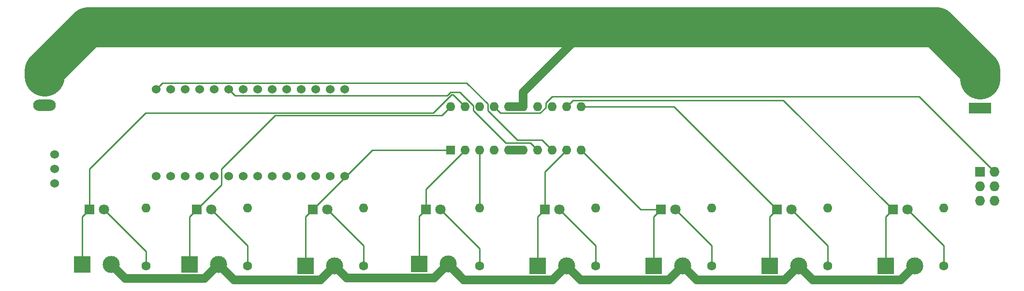
<source format=gbl>
%TF.GenerationSoftware,KiCad,Pcbnew,6.0.2-378541a8eb~116~ubuntu20.04.1*%
%TF.CreationDate,2022-03-18T17:48:30-05:00*%
%TF.ProjectId,mother,6d6f7468-6572-42e6-9b69-6361645f7063,rev?*%
%TF.SameCoordinates,Original*%
%TF.FileFunction,Copper,L2,Bot*%
%TF.FilePolarity,Positive*%
%FSLAX46Y46*%
G04 Gerber Fmt 4.6, Leading zero omitted, Abs format (unit mm)*
G04 Created by KiCad (PCBNEW 6.0.2-378541a8eb~116~ubuntu20.04.1) date 2022-03-18 17:48:30*
%MOMM*%
%LPD*%
G01*
G04 APERTURE LIST*
%TA.AperFunction,ComponentPad*%
%ADD10R,3.000000X3.000000*%
%TD*%
%TA.AperFunction,ComponentPad*%
%ADD11C,3.000000*%
%TD*%
%TA.AperFunction,ComponentPad*%
%ADD12R,1.800000X1.800000*%
%TD*%
%TA.AperFunction,ComponentPad*%
%ADD13C,1.800000*%
%TD*%
%TA.AperFunction,ComponentPad*%
%ADD14R,1.727200X1.727200*%
%TD*%
%TA.AperFunction,ComponentPad*%
%ADD15O,1.727200X1.727200*%
%TD*%
%TA.AperFunction,ComponentPad*%
%ADD16R,3.960000X1.980000*%
%TD*%
%TA.AperFunction,ComponentPad*%
%ADD17O,3.960000X1.980000*%
%TD*%
%TA.AperFunction,ComponentPad*%
%ADD18C,1.524000*%
%TD*%
%TA.AperFunction,ComponentPad*%
%ADD19C,1.600000*%
%TD*%
%TA.AperFunction,ComponentPad*%
%ADD20O,1.600000X1.600000*%
%TD*%
%TA.AperFunction,ComponentPad*%
%ADD21R,1.600000X1.600000*%
%TD*%
%TA.AperFunction,Conductor*%
%ADD22C,0.250000*%
%TD*%
%TA.AperFunction,Conductor*%
%ADD23C,1.500000*%
%TD*%
%TA.AperFunction,Conductor*%
%ADD24C,7.000000*%
%TD*%
G04 APERTURE END LIST*
D10*
%TO.P,J7,1,Pin_1*%
%TO.N,/D6*%
X175260000Y-114300000D03*
D11*
%TO.P,J7,2,Pin_2*%
%TO.N,+VDC*%
X180340000Y-114300000D03*
%TD*%
D10*
%TO.P,J1,1,Pin_1*%
%TO.N,/D0*%
X54864000Y-114046000D03*
D11*
%TO.P,J1,2,Pin_2*%
%TO.N,+VDC*%
X59944000Y-114046000D03*
%TD*%
D12*
%TO.P,D2,1,K*%
%TO.N,/D1*%
X74925000Y-104394000D03*
D13*
%TO.P,D2,2,A*%
%TO.N,Net-(D2-Pad2)*%
X77465000Y-104394000D03*
%TD*%
D12*
%TO.P,D7,1,K*%
%TO.N,/D6*%
X176525000Y-104394000D03*
D13*
%TO.P,D7,2,A*%
%TO.N,Net-(D7-Pad2)*%
X179065000Y-104394000D03*
%TD*%
D14*
%TO.P,J9,1,Pin_1*%
%TO.N,GNDD*%
X212090000Y-97790000D03*
D15*
%TO.P,J9,2,Pin_2*%
%TO.N,+5V*%
X214630000Y-97790000D03*
%TO.P,J9,3,Pin_3*%
%TO.N,/SEROUT*%
X212090000Y-100330000D03*
%TO.P,J9,4,Pin_4*%
%TO.N,/CLOCK*%
X214630000Y-100330000D03*
%TO.P,J9,5,Pin_5*%
%TO.N,/LATCH*%
X212090000Y-102870000D03*
%TO.P,J9,6,Pin_6*%
%TO.N,unconnected-(J9-Pad6)*%
X214630000Y-102870000D03*
%TD*%
D10*
%TO.P,J2,1,Pin_1*%
%TO.N,/D1*%
X73660000Y-114046000D03*
D11*
%TO.P,J2,2,Pin_2*%
%TO.N,+VDC*%
X78740000Y-114046000D03*
%TD*%
D12*
%TO.P,D8,1,K*%
%TO.N,/D7*%
X196845000Y-104394000D03*
D13*
%TO.P,D8,2,A*%
%TO.N,Net-(D8-Pad2)*%
X199385000Y-104394000D03*
%TD*%
D16*
%TO.P,J11,1,Pin_1*%
%TO.N,GNDPWR*%
X48260000Y-81055000D03*
D17*
%TO.P,J11,2,Pin_2*%
%TO.N,+VDC*%
X48260000Y-86135000D03*
%TD*%
D18*
%TO.P,U3,1,USB*%
%TO.N,unconnected-(U3-Pad1)*%
X67818000Y-98552000D03*
%TO.P,U3,2,RST*%
%TO.N,unconnected-(U3-Pad2)*%
X70358000Y-98552000D03*
%TO.P,U3,3,3V3*%
%TO.N,unconnected-(U3-Pad3)*%
X72898000Y-98552000D03*
%TO.P,U3,4,5V*%
%TO.N,+5V*%
X75438000Y-98552000D03*
%TO.P,U3,5,GND*%
%TO.N,GNDD*%
X77978000Y-98552000D03*
%TO.P,U3,6,GND*%
X80518000Y-98552000D03*
%TO.P,U3,7,VIN*%
%TO.N,Net-(JP1-Pad1)*%
X83058000Y-98552000D03*
%TO.P,U3,8,AREF*%
%TO.N,unconnected-(U3-Pad8)*%
X85598000Y-98552000D03*
%TO.P,U3,9,A0*%
%TO.N,unconnected-(U3-Pad9)*%
X88138000Y-98552000D03*
%TO.P,U3,10,A1*%
%TO.N,unconnected-(U3-Pad10)*%
X90678000Y-98552000D03*
%TO.P,U3,11,A2*%
%TO.N,unconnected-(U3-Pad11)*%
X93218000Y-98552000D03*
%TO.P,U3,12,A3*%
%TO.N,unconnected-(U3-Pad12)*%
X95758000Y-98552000D03*
%TO.P,U3,13,A4*%
%TO.N,unconnected-(U3-Pad13)*%
X98298000Y-98552000D03*
%TO.P,U3,14,A5*%
%TO.N,unconnected-(U3-Pad14)*%
X100838000Y-98552000D03*
%TO.P,U3,15,D0*%
%TO.N,unconnected-(U3-Pad15)*%
X100838000Y-83312000D03*
%TO.P,U3,16,D1*%
%TO.N,unconnected-(U3-Pad16)*%
X98298000Y-83312000D03*
%TO.P,U3,17,D2*%
%TO.N,unconnected-(U3-Pad17)*%
X95758000Y-83312000D03*
%TO.P,U3,18,D3*%
%TO.N,unconnected-(U3-Pad18)*%
X93218000Y-83312000D03*
%TO.P,U3,19,D4*%
%TO.N,unconnected-(U3-Pad19)*%
X90678000Y-83312000D03*
%TO.P,U3,20,D5*%
%TO.N,unconnected-(U3-Pad20)*%
X88138000Y-83312000D03*
%TO.P,U3,21,D6*%
%TO.N,unconnected-(U3-Pad21)*%
X85598000Y-83312000D03*
%TO.P,U3,22,D7*%
%TO.N,unconnected-(U3-Pad22)*%
X83058000Y-83312000D03*
%TO.P,U3,23,D8*%
%TO.N,/LATCH*%
X80518000Y-83312000D03*
%TO.P,U3,24,D9*%
%TO.N,unconnected-(U3-Pad24)*%
X77978000Y-83312000D03*
%TO.P,U3,25,D10*%
%TO.N,unconnected-(U3-Pad25)*%
X75438000Y-83312000D03*
%TO.P,U3,26,D11*%
%TO.N,/SERIN*%
X72898000Y-83312000D03*
%TO.P,U3,27,D12*%
%TO.N,unconnected-(U3-Pad27)*%
X70358000Y-83312000D03*
%TO.P,U3,28,D13*%
%TO.N,/CLOCK*%
X67818000Y-83312000D03*
%TD*%
D19*
%TO.P,R3,1*%
%TO.N,Net-(D3-Pad2)*%
X104140000Y-114300000D03*
D20*
%TO.P,R3,2*%
%TO.N,+5V*%
X104140000Y-104140000D03*
%TD*%
D10*
%TO.P,J8,1,Pin_1*%
%TO.N,/D7*%
X195580000Y-114300000D03*
D11*
%TO.P,J8,2,Pin_2*%
%TO.N,+VDC*%
X200660000Y-114300000D03*
%TD*%
D10*
%TO.P,J6,1,Pin_1*%
%TO.N,/D5*%
X154940000Y-114300000D03*
D11*
%TO.P,J6,2,Pin_2*%
%TO.N,+VDC*%
X160020000Y-114300000D03*
%TD*%
D19*
%TO.P,R4,1*%
%TO.N,Net-(D4-Pad2)*%
X124460000Y-114300000D03*
D20*
%TO.P,R4,2*%
%TO.N,+5V*%
X124460000Y-104140000D03*
%TD*%
D21*
%TO.P,U2,1,DRAIN2*%
%TO.N,/D2*%
X119380000Y-93980000D03*
D20*
%TO.P,U2,2,DRAIN3*%
%TO.N,/D3*%
X121920000Y-93980000D03*
%TO.P,U2,3,SRCLR*%
%TO.N,+5V*%
X124460000Y-93980000D03*
%TO.P,U2,4,G*%
%TO.N,GNDD*%
X127000000Y-93980000D03*
%TO.P,U2,5,PGND*%
%TO.N,GNDPWR*%
X129540000Y-93980000D03*
%TO.P,U2,6,PGND*%
X132080000Y-93980000D03*
%TO.P,U2,7,RCK*%
%TO.N,/LATCH*%
X134620000Y-93980000D03*
%TO.P,U2,8,SRCK*%
%TO.N,/CLOCK*%
X137160000Y-93980000D03*
%TO.P,U2,9,DRAIN4*%
%TO.N,/D4*%
X139700000Y-93980000D03*
%TO.P,U2,10,DRAIN5*%
%TO.N,/D5*%
X142240000Y-93980000D03*
%TO.P,U2,11,DRAIN6*%
%TO.N,/D6*%
X142240000Y-86360000D03*
%TO.P,U2,12,DRAIN7*%
%TO.N,/D7*%
X139700000Y-86360000D03*
%TO.P,U2,13,SEROUT*%
%TO.N,/SEROUT*%
X137160000Y-86360000D03*
%TO.P,U2,14,LGND*%
%TO.N,GNDD*%
X134620000Y-86360000D03*
%TO.P,U2,15,PGND*%
%TO.N,GNDPWR*%
X132080000Y-86360000D03*
%TO.P,U2,16,PGND*%
X129540000Y-86360000D03*
%TO.P,U2,17,VCC*%
%TO.N,+5V*%
X127000000Y-86360000D03*
%TO.P,U2,18,SERIN*%
%TO.N,/SERIN*%
X124460000Y-86360000D03*
%TO.P,U2,19,DRAIN0*%
%TO.N,/D0*%
X121920000Y-86360000D03*
%TO.P,U2,20,DRAIN1*%
%TO.N,/D1*%
X119380000Y-86360000D03*
%TD*%
D12*
%TO.P,D6,1,K*%
%TO.N,/D5*%
X156205000Y-104394000D03*
D13*
%TO.P,D6,2,A*%
%TO.N,Net-(D6-Pad2)*%
X158745000Y-104394000D03*
%TD*%
D19*
%TO.P,R6,1*%
%TO.N,Net-(D6-Pad2)*%
X165100000Y-114300000D03*
D20*
%TO.P,R6,2*%
%TO.N,+5V*%
X165100000Y-104140000D03*
%TD*%
D10*
%TO.P,J3,1,Pin_1*%
%TO.N,/D2*%
X93980000Y-114300000D03*
D11*
%TO.P,J3,2,Pin_2*%
%TO.N,+VDC*%
X99060000Y-114300000D03*
%TD*%
D19*
%TO.P,R7,1*%
%TO.N,Net-(D7-Pad2)*%
X185420000Y-114300000D03*
D20*
%TO.P,R7,2*%
%TO.N,+5V*%
X185420000Y-104140000D03*
%TD*%
D12*
%TO.P,D4,1,K*%
%TO.N,/D3*%
X115057000Y-104394000D03*
D13*
%TO.P,D4,2,A*%
%TO.N,Net-(D4-Pad2)*%
X117597000Y-104394000D03*
%TD*%
D12*
%TO.P,D5,1,K*%
%TO.N,/D4*%
X135885000Y-104394000D03*
D13*
%TO.P,D5,2,A*%
%TO.N,Net-(D5-Pad2)*%
X138425000Y-104394000D03*
%TD*%
D19*
%TO.P,R5,1*%
%TO.N,Net-(D5-Pad2)*%
X144780000Y-114300000D03*
D20*
%TO.P,R5,2*%
%TO.N,+5V*%
X144780000Y-104140000D03*
%TD*%
D12*
%TO.P,D3,1,K*%
%TO.N,/D2*%
X95245000Y-104394000D03*
D13*
%TO.P,D3,2,A*%
%TO.N,Net-(D3-Pad2)*%
X97785000Y-104394000D03*
%TD*%
D19*
%TO.P,R1,1*%
%TO.N,Net-(D1-Pad2)*%
X66040000Y-114300000D03*
D20*
%TO.P,R1,2*%
%TO.N,+5V*%
X66040000Y-104140000D03*
%TD*%
D10*
%TO.P,J5,1,Pin_1*%
%TO.N,/D4*%
X134620000Y-114300000D03*
D11*
%TO.P,J5,2,Pin_2*%
%TO.N,+VDC*%
X139700000Y-114300000D03*
%TD*%
D19*
%TO.P,R2,1*%
%TO.N,Net-(D2-Pad2)*%
X83820000Y-114300000D03*
D20*
%TO.P,R2,2*%
%TO.N,+5V*%
X83820000Y-104140000D03*
%TD*%
D18*
%TO.P,U1,1,PWR*%
%TO.N,+VDC*%
X50038000Y-99822000D03*
%TO.P,U1,2,GND*%
%TO.N,GNDPWR*%
X50038000Y-97282000D03*
%TO.P,U1,3,+5V*%
%TO.N,+5V*%
X50038000Y-94742000D03*
%TD*%
D10*
%TO.P,J4,1,Pin_1*%
%TO.N,/D3*%
X113870000Y-113980000D03*
D11*
%TO.P,J4,2,Pin_2*%
%TO.N,+VDC*%
X118950000Y-113980000D03*
%TD*%
D16*
%TO.P,J12,1,Pin_1*%
%TO.N,+VDC*%
X212090000Y-86585000D03*
D17*
%TO.P,J12,2,Pin_2*%
%TO.N,GNDPWR*%
X212090000Y-81505000D03*
%TD*%
D19*
%TO.P,R8,1*%
%TO.N,Net-(D8-Pad2)*%
X205740000Y-114300000D03*
D20*
%TO.P,R8,2*%
%TO.N,+5V*%
X205740000Y-104140000D03*
%TD*%
D12*
%TO.P,D1,1,K*%
%TO.N,/D0*%
X56129000Y-104394000D03*
D13*
%TO.P,D1,2,A*%
%TO.N,Net-(D1-Pad2)*%
X58669000Y-104394000D03*
%TD*%
D22*
%TO.N,/D0*%
X56129000Y-97287000D02*
X65969489Y-87446511D01*
X56129000Y-104394000D02*
X56129000Y-97287000D01*
X119829520Y-84269520D02*
X121920000Y-86360000D01*
X54864000Y-105659000D02*
X56129000Y-104394000D01*
X116389207Y-87446511D02*
X119566198Y-84269520D01*
X119566198Y-84269520D02*
X119829520Y-84269520D01*
X54864000Y-114046000D02*
X54864000Y-105659000D01*
X65969489Y-87446511D02*
X116389207Y-87446511D01*
%TO.N,Net-(D1-Pad2)*%
X66040000Y-111765000D02*
X58669000Y-104394000D01*
X66040000Y-114300000D02*
X66040000Y-111765000D01*
%TO.N,/D1*%
X73660000Y-114046000D02*
X73660000Y-105659000D01*
X79248000Y-100071000D02*
X79248000Y-97282000D01*
X117843969Y-87896031D02*
X119380000Y-86360000D01*
X74925000Y-104394000D02*
X79248000Y-100071000D01*
X88633969Y-87896031D02*
X117843969Y-87896031D01*
X79248000Y-97282000D02*
X88633969Y-87896031D01*
X73660000Y-105659000D02*
X74925000Y-104394000D01*
%TO.N,Net-(D2-Pad2)*%
X83820000Y-114300000D02*
X83820000Y-110749000D01*
X83820000Y-110749000D02*
X77465000Y-104394000D01*
%TO.N,/D2*%
X105659000Y-93980000D02*
X119380000Y-93980000D01*
X93980000Y-105659000D02*
X95245000Y-104394000D01*
X93980000Y-114300000D02*
X93980000Y-105659000D01*
X95245000Y-104394000D02*
X105659000Y-93980000D01*
%TO.N,Net-(D3-Pad2)*%
X104140000Y-110749000D02*
X97785000Y-104394000D01*
X104140000Y-114300000D02*
X104140000Y-110749000D01*
%TO.N,/D3*%
X115057000Y-100843000D02*
X121920000Y-93980000D01*
X113870000Y-105581000D02*
X115057000Y-104394000D01*
X113870000Y-113980000D02*
X113870000Y-105581000D01*
X115057000Y-104394000D02*
X115057000Y-100843000D01*
%TO.N,Net-(D4-Pad2)*%
X124460000Y-114300000D02*
X124460000Y-111257000D01*
X124460000Y-111257000D02*
X117597000Y-104394000D01*
%TO.N,/D4*%
X135885000Y-97795000D02*
X139700000Y-93980000D01*
X134620000Y-114300000D02*
X134620000Y-105659000D01*
X135885000Y-104394000D02*
X135885000Y-97795000D01*
X134620000Y-105659000D02*
X135885000Y-104394000D01*
%TO.N,Net-(D5-Pad2)*%
X144780000Y-114300000D02*
X144780000Y-110749000D01*
X144780000Y-110749000D02*
X138425000Y-104394000D01*
%TO.N,/D5*%
X152654000Y-104394000D02*
X142240000Y-93980000D01*
X154940000Y-114300000D02*
X154940000Y-105659000D01*
X156205000Y-104394000D02*
X152654000Y-104394000D01*
X154940000Y-105659000D02*
X156205000Y-104394000D01*
%TO.N,Net-(D6-Pad2)*%
X165100000Y-110749000D02*
X158745000Y-104394000D01*
X165100000Y-114300000D02*
X165100000Y-110749000D01*
%TO.N,/D6*%
X175260000Y-105659000D02*
X176525000Y-104394000D01*
X158491000Y-86360000D02*
X142240000Y-86360000D01*
X176525000Y-104394000D02*
X158491000Y-86360000D01*
X175260000Y-114300000D02*
X175260000Y-105659000D01*
%TO.N,Net-(D7-Pad2)*%
X185420000Y-110749000D02*
X179065000Y-104394000D01*
X185420000Y-114300000D02*
X185420000Y-110749000D01*
%TO.N,/D7*%
X177686489Y-85235489D02*
X140824511Y-85235489D01*
X195580000Y-105659000D02*
X196845000Y-104394000D01*
X140824511Y-85235489D02*
X139700000Y-86360000D01*
X195580000Y-114300000D02*
X195580000Y-105659000D01*
X196845000Y-104394000D02*
X177686489Y-85235489D01*
%TO.N,Net-(D8-Pad2)*%
X205740000Y-114300000D02*
X205740000Y-110749000D01*
X205740000Y-110749000D02*
X199385000Y-104394000D01*
D23*
%TO.N,+VDC*%
X137250489Y-116749511D02*
X139700000Y-114300000D01*
X59944000Y-114046000D02*
X62393511Y-116495511D01*
X177890489Y-116749511D02*
X180340000Y-114300000D01*
X78740000Y-114046000D02*
X81443511Y-116749511D01*
X142149511Y-116749511D02*
X157570489Y-116749511D01*
X62393511Y-116495511D02*
X76290489Y-116495511D01*
X118950000Y-113980000D02*
X121719511Y-116749511D01*
X160020000Y-114300000D02*
X162469511Y-116749511D01*
X182789511Y-116749511D02*
X198210489Y-116749511D01*
X96610489Y-116749511D02*
X99060000Y-114300000D01*
X116500489Y-116429511D02*
X118950000Y-113980000D01*
X162469511Y-116749511D02*
X177890489Y-116749511D01*
X81443511Y-116749511D02*
X96610489Y-116749511D01*
X198210489Y-116749511D02*
X200660000Y-114300000D01*
X180340000Y-114300000D02*
X182789511Y-116749511D01*
X99060000Y-114300000D02*
X101189511Y-116429511D01*
X139700000Y-114300000D02*
X142149511Y-116749511D01*
X121719511Y-116749511D02*
X137250489Y-116749511D01*
X157570489Y-116749511D02*
X160020000Y-114300000D01*
X101189511Y-116429511D02*
X116500489Y-116429511D01*
X76290489Y-116495511D02*
X78740000Y-114046000D01*
D22*
%TO.N,+5V*%
X136035489Y-85706511D02*
X137160000Y-84582000D01*
X124460000Y-93980000D02*
X124460000Y-104140000D01*
X127000000Y-86360000D02*
X128124511Y-87484511D01*
X136035489Y-86534811D02*
X136035489Y-85706511D01*
X135085789Y-87484511D02*
X136035489Y-86534811D01*
X128124511Y-87484511D02*
X135085789Y-87484511D01*
X201422000Y-84582000D02*
X214630000Y-97790000D01*
X137160000Y-84582000D02*
X201422000Y-84582000D01*
%TO.N,/CLOCK*%
X67818000Y-83312000D02*
X68904511Y-82225489D01*
X125875489Y-85894211D02*
X125875489Y-87013489D01*
X122206767Y-82225489D02*
X125875489Y-85894211D01*
X131064000Y-92202000D02*
X135382000Y-92202000D01*
X125875489Y-87013489D02*
X131064000Y-92202000D01*
X135382000Y-92202000D02*
X137160000Y-93980000D01*
X68904511Y-82225489D02*
X122206767Y-82225489D01*
%TO.N,/LATCH*%
X123335489Y-86185189D02*
X123335489Y-87013489D01*
X129032000Y-92710000D02*
X133350000Y-92710000D01*
X123335489Y-87013489D02*
X129032000Y-92710000D01*
X133350000Y-92710000D02*
X134620000Y-93980000D01*
X81604511Y-84398511D02*
X118801489Y-84398511D01*
X118801489Y-84398511D02*
X119380001Y-83820000D01*
X119380001Y-83820000D02*
X120970300Y-83820000D01*
X80518000Y-83312000D02*
X81604511Y-84398511D01*
X120970300Y-83820000D02*
X123335489Y-86185189D01*
D24*
%TO.N,GNDPWR*%
X55880000Y-72390000D02*
X143510000Y-72390000D01*
D23*
X129540000Y-93980000D02*
X132080000Y-93980000D01*
X129540000Y-86360000D02*
X132080000Y-86360000D01*
D24*
X204470000Y-72390000D02*
X212090000Y-80010000D01*
D23*
X132080000Y-83820000D02*
X143510000Y-72390000D01*
D24*
X212090000Y-80010000D02*
X212090000Y-81505000D01*
D23*
X132080000Y-86360000D02*
X132080000Y-83820000D01*
D24*
X143510000Y-72390000D02*
X204470000Y-72390000D01*
X48260000Y-80010000D02*
X55880000Y-72390000D01*
X48260000Y-81055000D02*
X48260000Y-80010000D01*
%TD*%
M02*

</source>
